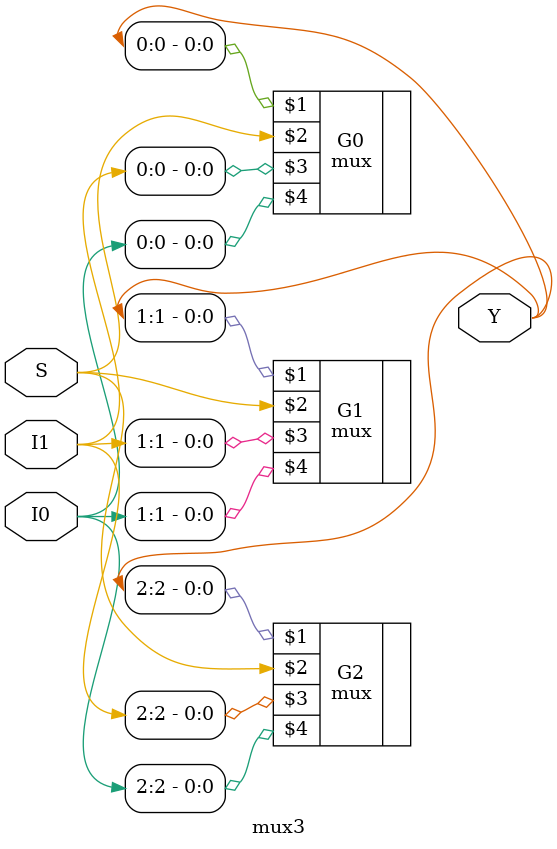
<source format=v>
module mux3 (Y,S,I1,I0); 
input [2:0] I1,I0;
output [2:0] Y;
input S;

mux G0 (Y[0],S,I1[0],I0[0]);
mux G1 (Y[1],S,I1[1],I0[1]);
mux G2 (Y[2],S,I1[2],I0[2]);

endmodule
</source>
